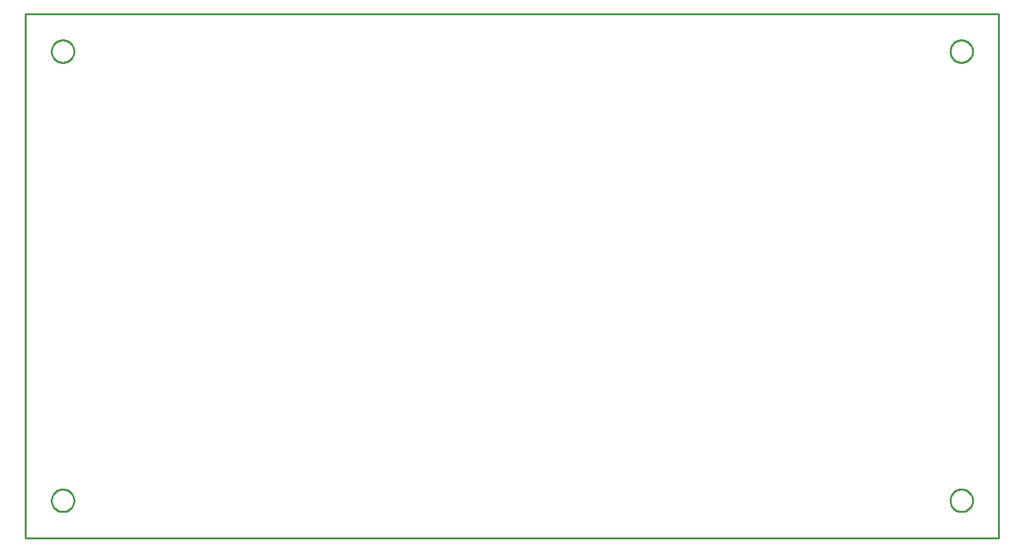
<source format=gbr>
G04 EAGLE Gerber RS-274X export*
G75*
%MOMM*%
%FSLAX34Y34*%
%LPD*%
%IN*%
%IPPOS*%
%AMOC8*
5,1,8,0,0,1.08239X$1,22.5*%
G01*
%ADD10C,0.254000*%


D10*
X0Y300000D02*
X1300000Y300000D01*
X1300000Y1000000D01*
X0Y1000000D01*
X0Y300000D01*
X65000Y349464D02*
X64924Y348396D01*
X64771Y347335D01*
X64543Y346288D01*
X64241Y345260D01*
X63867Y344256D01*
X63422Y343281D01*
X62908Y342341D01*
X62329Y341440D01*
X61687Y340582D01*
X60985Y339772D01*
X60228Y339015D01*
X59418Y338313D01*
X58560Y337671D01*
X57659Y337092D01*
X56719Y336578D01*
X55744Y336133D01*
X54740Y335759D01*
X53712Y335457D01*
X52665Y335229D01*
X51604Y335076D01*
X50536Y335000D01*
X49464Y335000D01*
X48396Y335076D01*
X47335Y335229D01*
X46288Y335457D01*
X45260Y335759D01*
X44256Y336133D01*
X43281Y336578D01*
X42341Y337092D01*
X41440Y337671D01*
X40582Y338313D01*
X39772Y339015D01*
X39015Y339772D01*
X38313Y340582D01*
X37671Y341440D01*
X37092Y342341D01*
X36578Y343281D01*
X36133Y344256D01*
X35759Y345260D01*
X35457Y346288D01*
X35229Y347335D01*
X35076Y348396D01*
X35000Y349464D01*
X35000Y350536D01*
X35076Y351604D01*
X35229Y352665D01*
X35457Y353712D01*
X35759Y354740D01*
X36133Y355744D01*
X36578Y356719D01*
X37092Y357659D01*
X37671Y358560D01*
X38313Y359418D01*
X39015Y360228D01*
X39772Y360985D01*
X40582Y361687D01*
X41440Y362329D01*
X42341Y362908D01*
X43281Y363422D01*
X44256Y363867D01*
X45260Y364241D01*
X46288Y364543D01*
X47335Y364771D01*
X48396Y364924D01*
X49464Y365000D01*
X50536Y365000D01*
X51604Y364924D01*
X52665Y364771D01*
X53712Y364543D01*
X54740Y364241D01*
X55744Y363867D01*
X56719Y363422D01*
X57659Y362908D01*
X58560Y362329D01*
X59418Y361687D01*
X60228Y360985D01*
X60985Y360228D01*
X61687Y359418D01*
X62329Y358560D01*
X62908Y357659D01*
X63422Y356719D01*
X63867Y355744D01*
X64241Y354740D01*
X64543Y353712D01*
X64771Y352665D01*
X64924Y351604D01*
X65000Y350536D01*
X65000Y349464D01*
X65000Y949464D02*
X64924Y948396D01*
X64771Y947335D01*
X64543Y946288D01*
X64241Y945260D01*
X63867Y944256D01*
X63422Y943281D01*
X62908Y942341D01*
X62329Y941440D01*
X61687Y940582D01*
X60985Y939772D01*
X60228Y939015D01*
X59418Y938313D01*
X58560Y937671D01*
X57659Y937092D01*
X56719Y936578D01*
X55744Y936133D01*
X54740Y935759D01*
X53712Y935457D01*
X52665Y935229D01*
X51604Y935076D01*
X50536Y935000D01*
X49464Y935000D01*
X48396Y935076D01*
X47335Y935229D01*
X46288Y935457D01*
X45260Y935759D01*
X44256Y936133D01*
X43281Y936578D01*
X42341Y937092D01*
X41440Y937671D01*
X40582Y938313D01*
X39772Y939015D01*
X39015Y939772D01*
X38313Y940582D01*
X37671Y941440D01*
X37092Y942341D01*
X36578Y943281D01*
X36133Y944256D01*
X35759Y945260D01*
X35457Y946288D01*
X35229Y947335D01*
X35076Y948396D01*
X35000Y949464D01*
X35000Y950536D01*
X35076Y951604D01*
X35229Y952665D01*
X35457Y953712D01*
X35759Y954740D01*
X36133Y955744D01*
X36578Y956719D01*
X37092Y957659D01*
X37671Y958560D01*
X38313Y959418D01*
X39015Y960228D01*
X39772Y960985D01*
X40582Y961687D01*
X41440Y962329D01*
X42341Y962908D01*
X43281Y963422D01*
X44256Y963867D01*
X45260Y964241D01*
X46288Y964543D01*
X47335Y964771D01*
X48396Y964924D01*
X49464Y965000D01*
X50536Y965000D01*
X51604Y964924D01*
X52665Y964771D01*
X53712Y964543D01*
X54740Y964241D01*
X55744Y963867D01*
X56719Y963422D01*
X57659Y962908D01*
X58560Y962329D01*
X59418Y961687D01*
X60228Y960985D01*
X60985Y960228D01*
X61687Y959418D01*
X62329Y958560D01*
X62908Y957659D01*
X63422Y956719D01*
X63867Y955744D01*
X64241Y954740D01*
X64543Y953712D01*
X64771Y952665D01*
X64924Y951604D01*
X65000Y950536D01*
X65000Y949464D01*
X1265000Y949464D02*
X1264924Y948396D01*
X1264771Y947335D01*
X1264543Y946288D01*
X1264241Y945260D01*
X1263867Y944256D01*
X1263422Y943281D01*
X1262908Y942341D01*
X1262329Y941440D01*
X1261687Y940582D01*
X1260985Y939772D01*
X1260228Y939015D01*
X1259418Y938313D01*
X1258560Y937671D01*
X1257659Y937092D01*
X1256719Y936578D01*
X1255744Y936133D01*
X1254740Y935759D01*
X1253712Y935457D01*
X1252665Y935229D01*
X1251604Y935076D01*
X1250536Y935000D01*
X1249464Y935000D01*
X1248396Y935076D01*
X1247335Y935229D01*
X1246288Y935457D01*
X1245260Y935759D01*
X1244256Y936133D01*
X1243281Y936578D01*
X1242341Y937092D01*
X1241440Y937671D01*
X1240582Y938313D01*
X1239772Y939015D01*
X1239015Y939772D01*
X1238313Y940582D01*
X1237671Y941440D01*
X1237092Y942341D01*
X1236578Y943281D01*
X1236133Y944256D01*
X1235759Y945260D01*
X1235457Y946288D01*
X1235229Y947335D01*
X1235076Y948396D01*
X1235000Y949464D01*
X1235000Y950536D01*
X1235076Y951604D01*
X1235229Y952665D01*
X1235457Y953712D01*
X1235759Y954740D01*
X1236133Y955744D01*
X1236578Y956719D01*
X1237092Y957659D01*
X1237671Y958560D01*
X1238313Y959418D01*
X1239015Y960228D01*
X1239772Y960985D01*
X1240582Y961687D01*
X1241440Y962329D01*
X1242341Y962908D01*
X1243281Y963422D01*
X1244256Y963867D01*
X1245260Y964241D01*
X1246288Y964543D01*
X1247335Y964771D01*
X1248396Y964924D01*
X1249464Y965000D01*
X1250536Y965000D01*
X1251604Y964924D01*
X1252665Y964771D01*
X1253712Y964543D01*
X1254740Y964241D01*
X1255744Y963867D01*
X1256719Y963422D01*
X1257659Y962908D01*
X1258560Y962329D01*
X1259418Y961687D01*
X1260228Y960985D01*
X1260985Y960228D01*
X1261687Y959418D01*
X1262329Y958560D01*
X1262908Y957659D01*
X1263422Y956719D01*
X1263867Y955744D01*
X1264241Y954740D01*
X1264543Y953712D01*
X1264771Y952665D01*
X1264924Y951604D01*
X1265000Y950536D01*
X1265000Y949464D01*
X1265000Y349464D02*
X1264924Y348396D01*
X1264771Y347335D01*
X1264543Y346288D01*
X1264241Y345260D01*
X1263867Y344256D01*
X1263422Y343281D01*
X1262908Y342341D01*
X1262329Y341440D01*
X1261687Y340582D01*
X1260985Y339772D01*
X1260228Y339015D01*
X1259418Y338313D01*
X1258560Y337671D01*
X1257659Y337092D01*
X1256719Y336578D01*
X1255744Y336133D01*
X1254740Y335759D01*
X1253712Y335457D01*
X1252665Y335229D01*
X1251604Y335076D01*
X1250536Y335000D01*
X1249464Y335000D01*
X1248396Y335076D01*
X1247335Y335229D01*
X1246288Y335457D01*
X1245260Y335759D01*
X1244256Y336133D01*
X1243281Y336578D01*
X1242341Y337092D01*
X1241440Y337671D01*
X1240582Y338313D01*
X1239772Y339015D01*
X1239015Y339772D01*
X1238313Y340582D01*
X1237671Y341440D01*
X1237092Y342341D01*
X1236578Y343281D01*
X1236133Y344256D01*
X1235759Y345260D01*
X1235457Y346288D01*
X1235229Y347335D01*
X1235076Y348396D01*
X1235000Y349464D01*
X1235000Y350536D01*
X1235076Y351604D01*
X1235229Y352665D01*
X1235457Y353712D01*
X1235759Y354740D01*
X1236133Y355744D01*
X1236578Y356719D01*
X1237092Y357659D01*
X1237671Y358560D01*
X1238313Y359418D01*
X1239015Y360228D01*
X1239772Y360985D01*
X1240582Y361687D01*
X1241440Y362329D01*
X1242341Y362908D01*
X1243281Y363422D01*
X1244256Y363867D01*
X1245260Y364241D01*
X1246288Y364543D01*
X1247335Y364771D01*
X1248396Y364924D01*
X1249464Y365000D01*
X1250536Y365000D01*
X1251604Y364924D01*
X1252665Y364771D01*
X1253712Y364543D01*
X1254740Y364241D01*
X1255744Y363867D01*
X1256719Y363422D01*
X1257659Y362908D01*
X1258560Y362329D01*
X1259418Y361687D01*
X1260228Y360985D01*
X1260985Y360228D01*
X1261687Y359418D01*
X1262329Y358560D01*
X1262908Y357659D01*
X1263422Y356719D01*
X1263867Y355744D01*
X1264241Y354740D01*
X1264543Y353712D01*
X1264771Y352665D01*
X1264924Y351604D01*
X1265000Y350536D01*
X1265000Y349464D01*
M02*

</source>
